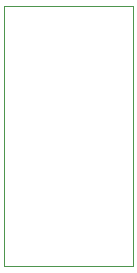
<source format=gbr>
%TF.GenerationSoftware,KiCad,Pcbnew,9.0.6*%
%TF.CreationDate,2025-12-17T11:20:53-05:00*%
%TF.ProjectId,lichen-breadboard-thonkiconn-adaptor,6c696368-656e-42d6-9272-656164626f61,rev?*%
%TF.SameCoordinates,Original*%
%TF.FileFunction,Profile,NP*%
%FSLAX46Y46*%
G04 Gerber Fmt 4.6, Leading zero omitted, Abs format (unit mm)*
G04 Created by KiCad (PCBNEW 9.0.6) date 2025-12-17 11:20:53*
%MOMM*%
%LPD*%
G01*
G04 APERTURE LIST*
%TA.AperFunction,Profile*%
%ADD10C,0.050000*%
%TD*%
G04 APERTURE END LIST*
D10*
X100000000Y-100000000D02*
X111000000Y-100000000D01*
X111000000Y-122000000D01*
X100000000Y-122000000D01*
X100000000Y-100000000D01*
M02*

</source>
